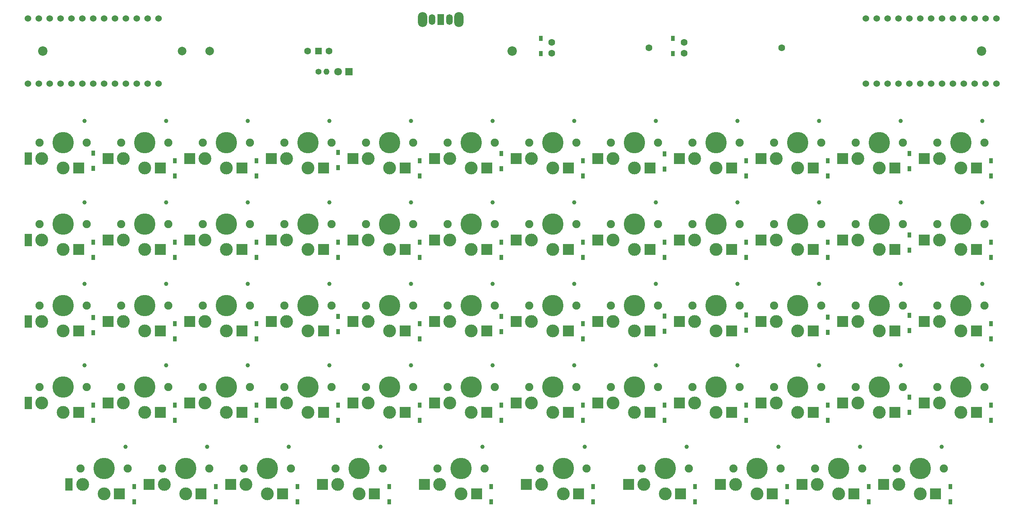
<source format=gbr>
%TF.GenerationSoftware,KiCad,Pcbnew,9.0.1*%
%TF.CreationDate,2025-05-11T16:24:07+09:00*%
%TF.ProjectId,Thinpact,5468696e-7061-4637-942e-6b696361645f,rev?*%
%TF.SameCoordinates,Original*%
%TF.FileFunction,Soldermask,Bot*%
%TF.FilePolarity,Negative*%
%FSLAX46Y46*%
G04 Gerber Fmt 4.6, Leading zero omitted, Abs format (unit mm)*
G04 Created by KiCad (PCBNEW 9.0.1) date 2025-05-11 16:24:07*
%MOMM*%
%LPD*%
G01*
G04 APERTURE LIST*
%ADD10C,1.900000*%
%ADD11C,3.000000*%
%ADD12C,5.000000*%
%ADD13C,1.000000*%
%ADD14R,2.600000X2.600000*%
%ADD15R,0.950000X1.300000*%
%ADD16C,1.600000*%
%ADD17R,1.800000X3.000000*%
%ADD18C,2.200000*%
%ADD19R,1.800000X1.800000*%
%ADD20C,1.800000*%
%ADD21R,1.500000X1.500000*%
%ADD22C,1.524000*%
%ADD23C,1.400000*%
%ADD24O,1.400000X1.400000*%
%ADD25O,2.200000X3.500000*%
%ADD26O,1.500000X2.500000*%
%ADD27R,1.500000X2.500000*%
%ADD28C,2.000000*%
G04 APERTURE END LIST*
D10*
%TO.C,SW51*%
X223100000Y-90487500D03*
D11*
X223600000Y-94187500D03*
D12*
X228600000Y-90487500D03*
D11*
X228600000Y-96387500D03*
D13*
X233600000Y-85337500D03*
D10*
X234100000Y-90487500D03*
D14*
X220025000Y-94187500D03*
X232175000Y-96387500D03*
%TD*%
D10*
%TO.C,SW56*%
X242150000Y-90487500D03*
D11*
X242650000Y-94187500D03*
D12*
X247650000Y-90487500D03*
D11*
X247650000Y-96387500D03*
D13*
X252650000Y-85337500D03*
D10*
X253150000Y-90487500D03*
D14*
X239075000Y-94187500D03*
X251225000Y-96387500D03*
%TD*%
D10*
%TO.C,SW35*%
X165950000Y-71437500D03*
D11*
X166450000Y-75137500D03*
D12*
X171450000Y-71437500D03*
D11*
X171450000Y-77337500D03*
D13*
X176450000Y-66287500D03*
D10*
X176950000Y-71437500D03*
D14*
X162875000Y-75137500D03*
X175025000Y-77337500D03*
%TD*%
D15*
%TO.C,D45*%
X216550000Y-75662500D03*
X216550000Y-79212500D03*
%TD*%
%TO.C,D52*%
X235600000Y-111825000D03*
X235600000Y-115375000D03*
%TD*%
D10*
%TO.C,SW33*%
X146900000Y-128587500D03*
D11*
X147400000Y-132287500D03*
D12*
X152400000Y-128587500D03*
D11*
X152400000Y-134487500D03*
D13*
X157400000Y-123437500D03*
D10*
X157900000Y-128587500D03*
D14*
X143825000Y-132287500D03*
X155975000Y-134487500D03*
%TD*%
D15*
%TO.C,D36*%
X178450000Y-94712500D03*
X178450000Y-98262500D03*
%TD*%
D10*
%TO.C,SW48*%
X204050000Y-128587500D03*
D11*
X204550000Y-132287500D03*
D12*
X209550000Y-128587500D03*
D11*
X209550000Y-134487500D03*
D13*
X214550000Y-123437500D03*
D10*
X215050000Y-128587500D03*
D14*
X200975000Y-132287500D03*
X213125000Y-134487500D03*
%TD*%
D15*
%TO.C,D58*%
X254650000Y-132812500D03*
X254650000Y-136362500D03*
%TD*%
%TO.C,D37*%
X178450000Y-111925000D03*
X178450000Y-115475000D03*
%TD*%
D16*
%TO.C,BT1*%
X152100000Y-50521200D03*
X152100000Y-47981200D03*
X174800000Y-49251200D03*
%TD*%
D10*
%TO.C,SW23*%
X108800000Y-128587500D03*
D11*
X109300000Y-132287500D03*
D12*
X114300000Y-128587500D03*
D11*
X114300000Y-134487500D03*
D13*
X119300000Y-123437500D03*
D10*
X119800000Y-128587500D03*
D14*
X105725000Y-132287500D03*
X117875000Y-134487500D03*
%TD*%
D10*
%TO.C,SW32*%
X146900000Y-109537500D03*
D11*
X147400000Y-113237500D03*
D12*
X152400000Y-109537500D03*
D11*
X152400000Y-115437500D03*
D13*
X157400000Y-104387500D03*
D10*
X157900000Y-109537500D03*
D14*
X143825000Y-113237500D03*
X155975000Y-115437500D03*
%TD*%
D10*
%TO.C,SW49*%
X213575000Y-147637500D03*
D11*
X214075000Y-151337500D03*
D12*
X219075000Y-147637500D03*
D11*
X219075000Y-153537500D03*
D13*
X224075000Y-142487500D03*
D10*
X224575000Y-147637500D03*
D14*
X210500000Y-151337500D03*
X222650000Y-153537500D03*
%TD*%
D16*
%TO.C,BT2*%
X183056200Y-50521200D03*
X183056200Y-47981200D03*
X205756200Y-49251200D03*
%TD*%
D10*
%TO.C,SW40*%
X185000000Y-71437500D03*
D11*
X185500000Y-75137500D03*
D12*
X190500000Y-71437500D03*
D11*
X190500000Y-77337500D03*
D13*
X195500000Y-66287500D03*
D10*
X196000000Y-71437500D03*
D14*
X181925000Y-75137500D03*
X194075000Y-77337500D03*
%TD*%
D15*
%TO.C,D44*%
X207025000Y-151862500D03*
X207025000Y-155412500D03*
%TD*%
%TO.C,D53*%
X235600000Y-130925000D03*
X235600000Y-134475000D03*
%TD*%
%TO.C,D43*%
X197500000Y-132812500D03*
X197500000Y-136362500D03*
%TD*%
%TO.C,D31*%
X159400000Y-94712500D03*
X159400000Y-98262500D03*
%TD*%
D10*
%TO.C,SW47*%
X204050000Y-109537500D03*
D11*
X204550000Y-113237500D03*
D12*
X209550000Y-109537500D03*
D11*
X209550000Y-115437500D03*
D13*
X214550000Y-104387500D03*
D10*
X215050000Y-109537500D03*
D14*
X200975000Y-113237500D03*
X213125000Y-115437500D03*
%TD*%
D15*
%TO.C,D19*%
X92725000Y-151862500D03*
X92725000Y-155412500D03*
%TD*%
%TO.C,D42*%
X197500000Y-111725000D03*
X197500000Y-115275000D03*
%TD*%
D10*
%TO.C,SW18*%
X89750000Y-128587500D03*
D11*
X90250000Y-132287500D03*
D12*
X95250000Y-128587500D03*
D11*
X95250000Y-134487500D03*
D13*
X100250000Y-123437500D03*
D10*
X100750000Y-128587500D03*
D14*
X86675000Y-132287500D03*
X98825000Y-134487500D03*
%TD*%
D15*
%TO.C,D33*%
X159400000Y-132812500D03*
X159400000Y-136362500D03*
%TD*%
%TO.C,D4*%
X45100000Y-132812500D03*
X45100000Y-136362500D03*
%TD*%
D10*
%TO.C,SW53*%
X223100000Y-128587500D03*
D11*
X223600000Y-132287500D03*
D12*
X228600000Y-128587500D03*
D11*
X228600000Y-134487500D03*
D13*
X233600000Y-123437500D03*
D10*
X234100000Y-128587500D03*
D14*
X220025000Y-132287500D03*
X232175000Y-134487500D03*
%TD*%
D10*
%TO.C,SW19*%
X80225000Y-147637500D03*
D11*
X80725000Y-151337500D03*
D12*
X85725000Y-147637500D03*
D11*
X85725000Y-153537500D03*
D13*
X90725000Y-142487500D03*
D10*
X91225000Y-147637500D03*
D14*
X77150000Y-151337500D03*
X89300000Y-153537500D03*
%TD*%
D10*
%TO.C,SW7*%
X51650000Y-109537500D03*
D11*
X52150000Y-113237500D03*
D12*
X57150000Y-109537500D03*
D11*
X57150000Y-115437500D03*
D13*
X62150000Y-104387500D03*
D10*
X62650000Y-109537500D03*
D14*
X48575000Y-113237500D03*
X60725000Y-115437500D03*
%TD*%
D15*
%TO.C,D57*%
X254650000Y-113762500D03*
X254650000Y-117312500D03*
%TD*%
D10*
%TO.C,SW9*%
X42125000Y-147637500D03*
D11*
X42625000Y-151337500D03*
D12*
X47625000Y-147637500D03*
D11*
X47625000Y-153537500D03*
D13*
X52625000Y-142487500D03*
D10*
X53125000Y-147637500D03*
D17*
X39450000Y-151337500D03*
D14*
X51200000Y-153537500D03*
%TD*%
D10*
%TO.C,SW14*%
X61175000Y-147637500D03*
D11*
X61675000Y-151337500D03*
D12*
X66675000Y-147637500D03*
D11*
X66675000Y-153537500D03*
D13*
X71675000Y-142487500D03*
D10*
X72175000Y-147637500D03*
D14*
X58100000Y-151337500D03*
X70250000Y-153537500D03*
%TD*%
D15*
%TO.C,D11*%
X83200000Y-94712500D03*
X83200000Y-98262500D03*
%TD*%
D10*
%TO.C,SW42*%
X185000000Y-109537500D03*
D11*
X185500000Y-113237500D03*
D12*
X190500000Y-109537500D03*
D11*
X190500000Y-115437500D03*
D13*
X195500000Y-104387500D03*
D10*
X196000000Y-109537500D03*
D14*
X181925000Y-113237500D03*
X194075000Y-115437500D03*
%TD*%
D15*
%TO.C,D48*%
X216550000Y-132812500D03*
X216550000Y-136362500D03*
%TD*%
%TO.C,D21*%
X121300000Y-94712500D03*
X121300000Y-98262500D03*
%TD*%
%TO.C,D14*%
X73675000Y-151862500D03*
X73675000Y-155412500D03*
%TD*%
D10*
%TO.C,SW52*%
X223100000Y-109537500D03*
D11*
X223600000Y-113237500D03*
D12*
X228600000Y-109537500D03*
D11*
X228600000Y-115437500D03*
D13*
X233600000Y-104387500D03*
D10*
X234100000Y-109537500D03*
D14*
X220025000Y-113237500D03*
X232175000Y-115437500D03*
%TD*%
D10*
%TO.C,SW44*%
X194525000Y-147637500D03*
D11*
X195025000Y-151337500D03*
D12*
X200025000Y-147637500D03*
D11*
X200025000Y-153537500D03*
D13*
X205025000Y-142487500D03*
D10*
X205525000Y-147637500D03*
D14*
X191450000Y-151337500D03*
X203600000Y-153537500D03*
%TD*%
D10*
%TO.C,SW21*%
X108800000Y-90487500D03*
D11*
X109300000Y-94187500D03*
D12*
X114300000Y-90487500D03*
D11*
X114300000Y-96387500D03*
D13*
X119300000Y-85337500D03*
D10*
X119800000Y-90487500D03*
D14*
X105725000Y-94187500D03*
X117875000Y-96387500D03*
%TD*%
D10*
%TO.C,SW24*%
X101656300Y-147637500D03*
D11*
X102156300Y-151337500D03*
D12*
X107156300Y-147637500D03*
D11*
X107156300Y-153537500D03*
D13*
X112156300Y-142487500D03*
D10*
X112656300Y-147637500D03*
D14*
X98581300Y-151337500D03*
X110731300Y-153537500D03*
%TD*%
D15*
%TO.C,D18*%
X102250000Y-132812500D03*
X102250000Y-136362500D03*
%TD*%
D10*
%TO.C,SW12*%
X70700000Y-109537500D03*
D11*
X71200000Y-113237500D03*
D12*
X76200000Y-109537500D03*
D11*
X76200000Y-115437500D03*
D13*
X81200000Y-104387500D03*
D10*
X81700000Y-109537500D03*
D14*
X67625000Y-113237500D03*
X79775000Y-115437500D03*
%TD*%
D10*
%TO.C,SW10*%
X70700000Y-71437500D03*
D11*
X71200000Y-75137500D03*
D12*
X76200000Y-71437500D03*
D11*
X76200000Y-77337500D03*
D13*
X81200000Y-66287500D03*
D10*
X81700000Y-71437500D03*
D14*
X67625000Y-75137500D03*
X79775000Y-77337500D03*
%TD*%
D10*
%TO.C,SW37*%
X165950000Y-109537500D03*
D11*
X166450000Y-113237500D03*
D12*
X171450000Y-109537500D03*
D11*
X171450000Y-115437500D03*
D13*
X176450000Y-104387500D03*
D10*
X176950000Y-109537500D03*
D14*
X162875000Y-113237500D03*
X175025000Y-115437500D03*
%TD*%
D15*
%TO.C,D32*%
X159400000Y-113762500D03*
X159400000Y-117312500D03*
%TD*%
D10*
%TO.C,SW25*%
X127850000Y-71437500D03*
D11*
X128350000Y-75137500D03*
D12*
X133350000Y-71437500D03*
D11*
X133350000Y-77337500D03*
D13*
X138350000Y-66287500D03*
D10*
X138850000Y-71437500D03*
D14*
X124775000Y-75137500D03*
X136925000Y-77337500D03*
%TD*%
D15*
%TO.C,D34*%
X161781300Y-151862500D03*
X161781300Y-155412500D03*
%TD*%
%TO.C,D1*%
X45100000Y-73829751D03*
X45100000Y-77379751D03*
%TD*%
%TO.C,D13*%
X83200000Y-132812500D03*
X83200000Y-136362500D03*
%TD*%
D10*
%TO.C,SW38*%
X165950000Y-128587500D03*
D11*
X166450000Y-132287500D03*
D12*
X171450000Y-128587500D03*
D11*
X171450000Y-134487500D03*
D13*
X176450000Y-123437500D03*
D10*
X176950000Y-128587500D03*
D14*
X162875000Y-132287500D03*
X175025000Y-134487500D03*
%TD*%
D18*
%TO.C,H1*%
X33337500Y-50006250D03*
%TD*%
D10*
%TO.C,SW11*%
X70700000Y-90487500D03*
D11*
X71200000Y-94187500D03*
D12*
X76200000Y-90487500D03*
D11*
X76200000Y-96387500D03*
D13*
X81200000Y-85337500D03*
D10*
X81700000Y-90487500D03*
D14*
X67625000Y-94187500D03*
X79775000Y-96387500D03*
%TD*%
D10*
%TO.C,SW58*%
X242150000Y-128587500D03*
D11*
X242650000Y-132287500D03*
D12*
X247650000Y-128587500D03*
D11*
X247650000Y-134487500D03*
D13*
X252650000Y-123437500D03*
D10*
X253150000Y-128587500D03*
D14*
X239075000Y-132287500D03*
X251225000Y-134487500D03*
%TD*%
D15*
%TO.C,D55*%
X254650000Y-75662500D03*
X254650000Y-79212500D03*
%TD*%
D19*
%TO.C,D61*%
X104775000Y-54768700D03*
D20*
X102235000Y-54768700D03*
%TD*%
D15*
%TO.C,D27*%
X140350000Y-112025000D03*
X140350000Y-115575000D03*
%TD*%
D21*
%TO.C,SW61*%
X97631300Y-50006200D03*
D16*
X95131300Y-50006200D03*
X100131300Y-50006200D03*
%TD*%
D15*
%TO.C,D6*%
X64150000Y-94712500D03*
X64150000Y-98262500D03*
%TD*%
D10*
%TO.C,SW55*%
X242150000Y-71437500D03*
D11*
X242650000Y-75137500D03*
D12*
X247650000Y-71437500D03*
D11*
X247650000Y-77337500D03*
D13*
X252650000Y-66287500D03*
D10*
X253150000Y-71437500D03*
D14*
X239075000Y-75137500D03*
X251225000Y-77337500D03*
%TD*%
D10*
%TO.C,SW39*%
X173093800Y-147637500D03*
D11*
X173593800Y-151337500D03*
D12*
X178593800Y-147637500D03*
D11*
X178593800Y-153537500D03*
D13*
X183593800Y-142487500D03*
D10*
X184093800Y-147637500D03*
D14*
X170018800Y-151337500D03*
X182168800Y-153537500D03*
%TD*%
D10*
%TO.C,SW13*%
X70700000Y-128587500D03*
D11*
X71200000Y-132287500D03*
D12*
X76200000Y-128587500D03*
D11*
X76200000Y-134487500D03*
D13*
X81200000Y-123437500D03*
D10*
X81700000Y-128587500D03*
D14*
X67625000Y-132287500D03*
X79775000Y-134487500D03*
%TD*%
D15*
%TO.C,D5*%
X64150000Y-75662500D03*
X64150000Y-79212500D03*
%TD*%
D10*
%TO.C,SW29*%
X125468800Y-147637500D03*
D11*
X125968800Y-151337500D03*
D12*
X130968800Y-147637500D03*
D11*
X130968800Y-153537500D03*
D13*
X135968800Y-142487500D03*
D10*
X136468800Y-147637500D03*
D14*
X122393800Y-151337500D03*
X134543800Y-153537500D03*
%TD*%
D10*
%TO.C,SW54*%
X232625000Y-147637500D03*
D11*
X233125000Y-151337500D03*
D12*
X238125000Y-147637500D03*
D11*
X238125000Y-153537500D03*
D13*
X243125000Y-142487500D03*
D10*
X243625000Y-147637500D03*
D14*
X229550000Y-151337500D03*
X241700000Y-153537500D03*
%TD*%
D22*
%TO.C,U2*%
X253365300Y-42396200D03*
X250825300Y-42396200D03*
X248285300Y-42396200D03*
X245745300Y-42396200D03*
X243205300Y-42396200D03*
X240665300Y-42396200D03*
X238125300Y-42396200D03*
X235585300Y-42396200D03*
X233045300Y-42396200D03*
X230505300Y-42396200D03*
X227965300Y-42396200D03*
X225425300Y-42396200D03*
X225425300Y-57616200D03*
X227965300Y-57616200D03*
X230505300Y-57616200D03*
X233045300Y-57616200D03*
X235585300Y-57616200D03*
X238125300Y-57616200D03*
X240665300Y-57616200D03*
X243205300Y-57616200D03*
X245745300Y-57616200D03*
X248285300Y-57616200D03*
X250825300Y-57616200D03*
X253365300Y-57616200D03*
X255905300Y-57616200D03*
X255905300Y-42396200D03*
%TD*%
D10*
%TO.C,SW57*%
X242150000Y-109537500D03*
D11*
X242650000Y-113237500D03*
D12*
X247650000Y-109537500D03*
D11*
X247650000Y-115437500D03*
D13*
X252650000Y-104387500D03*
D10*
X253150000Y-109537500D03*
D14*
X239075000Y-113237500D03*
X251225000Y-115437500D03*
%TD*%
D15*
%TO.C,D3*%
X45100000Y-112325000D03*
X45100000Y-115875000D03*
%TD*%
%TO.C,D29*%
X137968800Y-151862500D03*
X137968800Y-155412500D03*
%TD*%
D10*
%TO.C,SW22*%
X108800000Y-109537500D03*
D11*
X109300000Y-113237500D03*
D12*
X114300000Y-109537500D03*
D11*
X114300000Y-115437500D03*
D13*
X119300000Y-104387500D03*
D10*
X119800000Y-109537500D03*
D14*
X105725000Y-113237500D03*
X117875000Y-115437500D03*
%TD*%
D15*
%TO.C,D25*%
X140350000Y-73925000D03*
X140350000Y-77475000D03*
%TD*%
%TO.C,D26*%
X140350000Y-94712500D03*
X140350000Y-98262500D03*
%TD*%
%TO.C,D28*%
X140350000Y-132812500D03*
X140350000Y-136362500D03*
%TD*%
D10*
%TO.C,SW46*%
X204050000Y-90487500D03*
D11*
X204550000Y-94187500D03*
D12*
X209550000Y-90487500D03*
D11*
X209550000Y-96387500D03*
D13*
X214550000Y-85337500D03*
D10*
X215050000Y-90487500D03*
D14*
X200975000Y-94187500D03*
X213125000Y-96387500D03*
%TD*%
D10*
%TO.C,SW5*%
X51650000Y-71437500D03*
D11*
X52150000Y-75137500D03*
D12*
X57150000Y-71437500D03*
D11*
X57150000Y-77337500D03*
D13*
X62150000Y-66287500D03*
D10*
X62650000Y-71437500D03*
D14*
X48575000Y-75137500D03*
X60725000Y-77337500D03*
%TD*%
D10*
%TO.C,SW31*%
X146900000Y-90487500D03*
D11*
X147400000Y-94187500D03*
D12*
X152400000Y-90487500D03*
D11*
X152400000Y-96387500D03*
D13*
X157400000Y-85337500D03*
D10*
X157900000Y-90487500D03*
D14*
X143825000Y-94187500D03*
X155975000Y-96387500D03*
%TD*%
D10*
%TO.C,SW17*%
X89750000Y-109537500D03*
D11*
X90250000Y-113237500D03*
D12*
X95250000Y-109537500D03*
D11*
X95250000Y-115437500D03*
D13*
X100250000Y-104387500D03*
D10*
X100750000Y-109537500D03*
D14*
X86675000Y-113237500D03*
X98825000Y-115437500D03*
%TD*%
D10*
%TO.C,SW2*%
X32600000Y-90487500D03*
D11*
X33100000Y-94187500D03*
D12*
X38100000Y-90487500D03*
D11*
X38100000Y-96387500D03*
D13*
X43100000Y-85337500D03*
D10*
X43600000Y-90487500D03*
D17*
X29925000Y-94187500D03*
D14*
X41675000Y-96387500D03*
%TD*%
D15*
%TO.C,D49*%
X226075000Y-151862500D03*
X226075000Y-155412500D03*
%TD*%
D18*
%TO.C,H2*%
X142875000Y-50006250D03*
%TD*%
D10*
%TO.C,SW16*%
X89750000Y-90487500D03*
D11*
X90250000Y-94187500D03*
D12*
X95250000Y-90487500D03*
D11*
X95250000Y-96387500D03*
D13*
X100250000Y-85337500D03*
D10*
X100750000Y-90487500D03*
D14*
X86675000Y-94187500D03*
X98825000Y-96387500D03*
%TD*%
D15*
%TO.C,D23*%
X121300000Y-132812500D03*
X121300000Y-136362500D03*
%TD*%
D23*
%TO.C,R1*%
X97631300Y-54768700D03*
D24*
X99531300Y-54768700D03*
%TD*%
D10*
%TO.C,SW3*%
X32600000Y-109537500D03*
D11*
X33100000Y-113237500D03*
D12*
X38100000Y-109537500D03*
D11*
X38100000Y-115437500D03*
D13*
X43100000Y-104387500D03*
D10*
X43600000Y-109537500D03*
D17*
X29925000Y-113237500D03*
D14*
X41675000Y-115437500D03*
%TD*%
D15*
%TO.C,D7*%
X64150000Y-113762500D03*
X64150000Y-117312500D03*
%TD*%
D10*
%TO.C,SW36*%
X165950000Y-90487500D03*
D11*
X166450000Y-94187500D03*
D12*
X171450000Y-90487500D03*
D11*
X171450000Y-96387500D03*
D13*
X176450000Y-85337500D03*
D10*
X176950000Y-90487500D03*
D14*
X162875000Y-94187500D03*
X175025000Y-96387500D03*
%TD*%
D10*
%TO.C,SW1*%
X32600000Y-71437500D03*
D11*
X33100000Y-75137500D03*
D12*
X38100000Y-71437500D03*
D11*
X38100000Y-77337500D03*
D13*
X43100000Y-66287500D03*
D10*
X43600000Y-71437500D03*
D17*
X29925000Y-75137500D03*
D14*
X41675000Y-77337500D03*
%TD*%
D15*
%TO.C,D35*%
X178450000Y-74025000D03*
X178450000Y-77575000D03*
%TD*%
%TO.C,D46*%
X216550000Y-94712500D03*
X216550000Y-98262500D03*
%TD*%
D10*
%TO.C,SW26*%
X127850000Y-90487500D03*
D11*
X128350000Y-94187500D03*
D12*
X133350000Y-90487500D03*
D11*
X133350000Y-96387500D03*
D13*
X138350000Y-85337500D03*
D10*
X138850000Y-90487500D03*
D14*
X124775000Y-94187500D03*
X136925000Y-96387500D03*
%TD*%
D15*
%TO.C,D59*%
X149600000Y-47000000D03*
X149600000Y-50550000D03*
%TD*%
D22*
%TO.C,U1*%
X32384800Y-57616200D03*
X34924800Y-57616200D03*
X37464800Y-57616200D03*
X40004800Y-57616200D03*
X42544800Y-57616200D03*
X45084800Y-57616200D03*
X47624800Y-57616200D03*
X50164800Y-57616200D03*
X52704800Y-57616200D03*
X55244800Y-57616200D03*
X57784800Y-57616200D03*
X60324800Y-57616200D03*
X60324800Y-42396200D03*
X57784800Y-42396200D03*
X55244800Y-42396200D03*
X52704800Y-42396200D03*
X50164800Y-42396200D03*
X47624800Y-42396200D03*
X45084800Y-42396200D03*
X42544800Y-42396200D03*
X40004800Y-42396200D03*
X37464800Y-42396200D03*
X34924800Y-42396200D03*
X32384800Y-42396200D03*
X29844800Y-42396200D03*
X29844800Y-57616200D03*
%TD*%
D10*
%TO.C,SW28*%
X127850000Y-128587500D03*
D11*
X128350000Y-132287500D03*
D12*
X133350000Y-128587500D03*
D11*
X133350000Y-134487500D03*
D13*
X138350000Y-123437500D03*
D10*
X138850000Y-128587500D03*
D14*
X124775000Y-132287500D03*
X136925000Y-134487500D03*
%TD*%
D15*
%TO.C,D20*%
X121300000Y-75662500D03*
X121300000Y-79212500D03*
%TD*%
%TO.C,D9*%
X54625000Y-151862500D03*
X54625000Y-155412500D03*
%TD*%
%TO.C,D15*%
X102250000Y-73725000D03*
X102250000Y-77275000D03*
%TD*%
D25*
%TO.C,SW60*%
X130406300Y-42624400D03*
X122006300Y-42624400D03*
D26*
X128206300Y-42624400D03*
D27*
X126206300Y-42624400D03*
D26*
X124206300Y-42624400D03*
%TD*%
D10*
%TO.C,SW15*%
X89750000Y-71437500D03*
D11*
X90250000Y-75137500D03*
D12*
X95250000Y-71437500D03*
D11*
X95250000Y-77337500D03*
D13*
X100250000Y-66287500D03*
D10*
X100750000Y-71437500D03*
D14*
X86675000Y-75137500D03*
X98825000Y-77337500D03*
%TD*%
D15*
%TO.C,D60*%
X180356800Y-47000000D03*
X180356800Y-50550000D03*
%TD*%
D10*
%TO.C,SW45*%
X204050000Y-71437500D03*
D11*
X204550000Y-75137500D03*
D12*
X209550000Y-71437500D03*
D11*
X209550000Y-77337500D03*
D13*
X214550000Y-66287500D03*
D10*
X215050000Y-71437500D03*
D14*
X200975000Y-75137500D03*
X213125000Y-77337500D03*
%TD*%
D10*
%TO.C,SW30*%
X146900000Y-71437500D03*
D11*
X147400000Y-75137500D03*
D12*
X152400000Y-71437500D03*
D11*
X152400000Y-77337500D03*
D13*
X157400000Y-66287500D03*
D10*
X157900000Y-71437500D03*
D14*
X143825000Y-75137500D03*
X155975000Y-77337500D03*
%TD*%
D15*
%TO.C,D16*%
X102250000Y-94712500D03*
X102250000Y-98262500D03*
%TD*%
%TO.C,D2*%
X45100000Y-94712500D03*
X45100000Y-98262500D03*
%TD*%
D10*
%TO.C,SW50*%
X223100000Y-71437500D03*
D11*
X223600000Y-75137500D03*
D12*
X228600000Y-71437500D03*
D11*
X228600000Y-77337500D03*
D13*
X233600000Y-66287500D03*
D10*
X234100000Y-71437500D03*
D14*
X220025000Y-75137500D03*
X232175000Y-77337500D03*
%TD*%
D10*
%TO.C,SW41*%
X185000000Y-90487500D03*
D11*
X185500000Y-94187500D03*
D12*
X190500000Y-90487500D03*
D11*
X190500000Y-96387500D03*
D13*
X195500000Y-85337500D03*
D10*
X196000000Y-90487500D03*
D14*
X181925000Y-94187500D03*
X194075000Y-96387500D03*
%TD*%
D15*
%TO.C,D47*%
X216550000Y-112175000D03*
X216550000Y-115725000D03*
%TD*%
D10*
%TO.C,SW8*%
X51650000Y-128587500D03*
D11*
X52150000Y-132287500D03*
D12*
X57150000Y-128587500D03*
D11*
X57150000Y-134487500D03*
D13*
X62150000Y-123437500D03*
D10*
X62650000Y-128587500D03*
D14*
X48575000Y-132287500D03*
X60725000Y-134487500D03*
%TD*%
D10*
%TO.C,SW20*%
X108800000Y-71437500D03*
D11*
X109300000Y-75137500D03*
D12*
X114300000Y-71437500D03*
D11*
X114300000Y-77337500D03*
D13*
X119300000Y-66287500D03*
D10*
X119800000Y-71437500D03*
D14*
X105725000Y-75137500D03*
X117875000Y-77337500D03*
%TD*%
D15*
%TO.C,D50*%
X235600000Y-73925000D03*
X235600000Y-77475000D03*
%TD*%
D10*
%TO.C,SW34*%
X149281300Y-147637500D03*
D11*
X149781300Y-151337500D03*
D12*
X154781300Y-147637500D03*
D11*
X154781300Y-153537500D03*
D13*
X159781300Y-142487500D03*
D10*
X160281300Y-147637500D03*
D14*
X146206300Y-151337500D03*
X158356300Y-153537500D03*
%TD*%
D15*
%TO.C,D51*%
X235600000Y-93025000D03*
X235600000Y-96575000D03*
%TD*%
D10*
%TO.C,SW43*%
X185000000Y-128587500D03*
D11*
X185500000Y-132287500D03*
D12*
X190500000Y-128587500D03*
D11*
X190500000Y-134487500D03*
D13*
X195500000Y-123437500D03*
D10*
X196000000Y-128587500D03*
D14*
X181925000Y-132287500D03*
X194075000Y-134487500D03*
%TD*%
D10*
%TO.C,SW6*%
X51650000Y-90487500D03*
D11*
X52150000Y-94187500D03*
D12*
X57150000Y-90487500D03*
D11*
X57150000Y-96387500D03*
D13*
X62150000Y-85337500D03*
D10*
X62650000Y-90487500D03*
D14*
X48575000Y-94187500D03*
X60725000Y-96387500D03*
%TD*%
D15*
%TO.C,D17*%
X102250000Y-112025000D03*
X102250000Y-115575000D03*
%TD*%
%TO.C,D41*%
X197500000Y-94712500D03*
X197500000Y-98262500D03*
%TD*%
%TO.C,D56*%
X254650000Y-94712500D03*
X254650000Y-98262500D03*
%TD*%
%TO.C,D24*%
X114156300Y-151862500D03*
X114156300Y-155412500D03*
%TD*%
%TO.C,D12*%
X83200000Y-113762500D03*
X83200000Y-117312500D03*
%TD*%
D10*
%TO.C,SW4*%
X32600000Y-128587500D03*
D11*
X33100000Y-132287500D03*
D12*
X38100000Y-128587500D03*
D11*
X38100000Y-134487500D03*
D13*
X43100000Y-123437500D03*
D10*
X43600000Y-128587500D03*
D17*
X29925000Y-132287500D03*
D14*
X41675000Y-134487500D03*
%TD*%
D15*
%TO.C,D54*%
X245125000Y-151862500D03*
X245125000Y-155412500D03*
%TD*%
%TO.C,D38*%
X178450000Y-132812500D03*
X178450000Y-136362500D03*
%TD*%
%TO.C,D8*%
X64150000Y-132812500D03*
X64150000Y-136362500D03*
%TD*%
%TO.C,D39*%
X185593800Y-151862500D03*
X185593800Y-155412500D03*
%TD*%
%TO.C,D10*%
X83200000Y-75662500D03*
X83200000Y-79212500D03*
%TD*%
%TO.C,D22*%
X121300000Y-113762500D03*
X121300000Y-117312500D03*
%TD*%
%TO.C,D30*%
X159400000Y-75662500D03*
X159400000Y-79212500D03*
%TD*%
D10*
%TO.C,SW27*%
X127850000Y-109537500D03*
D11*
X128350000Y-113237500D03*
D12*
X133350000Y-109537500D03*
D11*
X133350000Y-115437500D03*
D13*
X138350000Y-104387500D03*
D10*
X138850000Y-109537500D03*
D14*
X124775000Y-113237500D03*
X136925000Y-115437500D03*
%TD*%
D18*
%TO.C,H3*%
X252412500Y-50006250D03*
%TD*%
D15*
%TO.C,D40*%
X197500000Y-75662500D03*
X197500000Y-79212500D03*
%TD*%
D28*
%TO.C,SW59*%
X65806300Y-50006200D03*
X72306300Y-50006200D03*
%TD*%
M02*

</source>
